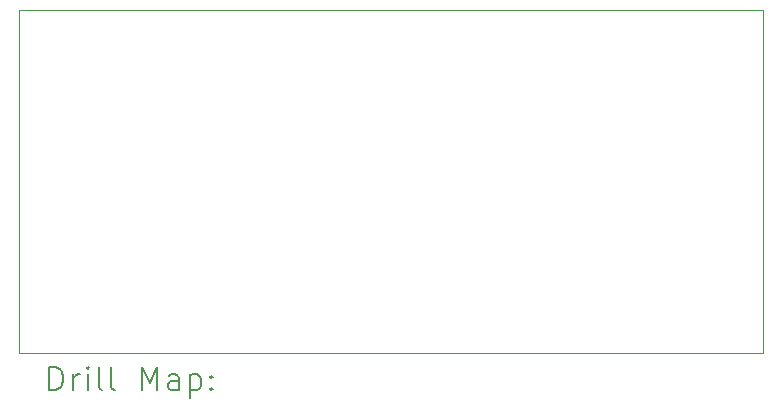
<source format=gbr>
%TF.GenerationSoftware,KiCad,Pcbnew,7.0.9*%
%TF.CreationDate,2024-01-10T14:10:15+01:00*%
%TF.ProjectId,ControlLineApp,436f6e74-726f-46c4-9c69-6e654170702e,1.0.1*%
%TF.SameCoordinates,Original*%
%TF.FileFunction,Drillmap*%
%TF.FilePolarity,Positive*%
%FSLAX45Y45*%
G04 Gerber Fmt 4.5, Leading zero omitted, Abs format (unit mm)*
G04 Created by KiCad (PCBNEW 7.0.9) date 2024-01-10 14:10:15*
%MOMM*%
%LPD*%
G01*
G04 APERTURE LIST*
%ADD10C,0.100000*%
%ADD11C,0.200000*%
G04 APERTURE END LIST*
D10*
X10500000Y-8600000D02*
X16800000Y-8600000D01*
X16800000Y-11500000D01*
X10500000Y-11500000D01*
X10500000Y-8600000D01*
D11*
X10755777Y-11816484D02*
X10755777Y-11616484D01*
X10755777Y-11616484D02*
X10803396Y-11616484D01*
X10803396Y-11616484D02*
X10831967Y-11626008D01*
X10831967Y-11626008D02*
X10851015Y-11645055D01*
X10851015Y-11645055D02*
X10860539Y-11664103D01*
X10860539Y-11664103D02*
X10870063Y-11702198D01*
X10870063Y-11702198D02*
X10870063Y-11730769D01*
X10870063Y-11730769D02*
X10860539Y-11768865D01*
X10860539Y-11768865D02*
X10851015Y-11787912D01*
X10851015Y-11787912D02*
X10831967Y-11806960D01*
X10831967Y-11806960D02*
X10803396Y-11816484D01*
X10803396Y-11816484D02*
X10755777Y-11816484D01*
X10955777Y-11816484D02*
X10955777Y-11683150D01*
X10955777Y-11721246D02*
X10965301Y-11702198D01*
X10965301Y-11702198D02*
X10974824Y-11692674D01*
X10974824Y-11692674D02*
X10993872Y-11683150D01*
X10993872Y-11683150D02*
X11012920Y-11683150D01*
X11079586Y-11816484D02*
X11079586Y-11683150D01*
X11079586Y-11616484D02*
X11070063Y-11626008D01*
X11070063Y-11626008D02*
X11079586Y-11635531D01*
X11079586Y-11635531D02*
X11089110Y-11626008D01*
X11089110Y-11626008D02*
X11079586Y-11616484D01*
X11079586Y-11616484D02*
X11079586Y-11635531D01*
X11203396Y-11816484D02*
X11184348Y-11806960D01*
X11184348Y-11806960D02*
X11174824Y-11787912D01*
X11174824Y-11787912D02*
X11174824Y-11616484D01*
X11308158Y-11816484D02*
X11289110Y-11806960D01*
X11289110Y-11806960D02*
X11279586Y-11787912D01*
X11279586Y-11787912D02*
X11279586Y-11616484D01*
X11536729Y-11816484D02*
X11536729Y-11616484D01*
X11536729Y-11616484D02*
X11603396Y-11759341D01*
X11603396Y-11759341D02*
X11670062Y-11616484D01*
X11670062Y-11616484D02*
X11670062Y-11816484D01*
X11851015Y-11816484D02*
X11851015Y-11711722D01*
X11851015Y-11711722D02*
X11841491Y-11692674D01*
X11841491Y-11692674D02*
X11822443Y-11683150D01*
X11822443Y-11683150D02*
X11784348Y-11683150D01*
X11784348Y-11683150D02*
X11765301Y-11692674D01*
X11851015Y-11806960D02*
X11831967Y-11816484D01*
X11831967Y-11816484D02*
X11784348Y-11816484D01*
X11784348Y-11816484D02*
X11765301Y-11806960D01*
X11765301Y-11806960D02*
X11755777Y-11787912D01*
X11755777Y-11787912D02*
X11755777Y-11768865D01*
X11755777Y-11768865D02*
X11765301Y-11749817D01*
X11765301Y-11749817D02*
X11784348Y-11740293D01*
X11784348Y-11740293D02*
X11831967Y-11740293D01*
X11831967Y-11740293D02*
X11851015Y-11730769D01*
X11946253Y-11683150D02*
X11946253Y-11883150D01*
X11946253Y-11692674D02*
X11965301Y-11683150D01*
X11965301Y-11683150D02*
X12003396Y-11683150D01*
X12003396Y-11683150D02*
X12022443Y-11692674D01*
X12022443Y-11692674D02*
X12031967Y-11702198D01*
X12031967Y-11702198D02*
X12041491Y-11721246D01*
X12041491Y-11721246D02*
X12041491Y-11778388D01*
X12041491Y-11778388D02*
X12031967Y-11797436D01*
X12031967Y-11797436D02*
X12022443Y-11806960D01*
X12022443Y-11806960D02*
X12003396Y-11816484D01*
X12003396Y-11816484D02*
X11965301Y-11816484D01*
X11965301Y-11816484D02*
X11946253Y-11806960D01*
X12127205Y-11797436D02*
X12136729Y-11806960D01*
X12136729Y-11806960D02*
X12127205Y-11816484D01*
X12127205Y-11816484D02*
X12117682Y-11806960D01*
X12117682Y-11806960D02*
X12127205Y-11797436D01*
X12127205Y-11797436D02*
X12127205Y-11816484D01*
X12127205Y-11692674D02*
X12136729Y-11702198D01*
X12136729Y-11702198D02*
X12127205Y-11711722D01*
X12127205Y-11711722D02*
X12117682Y-11702198D01*
X12117682Y-11702198D02*
X12127205Y-11692674D01*
X12127205Y-11692674D02*
X12127205Y-11711722D01*
M02*

</source>
